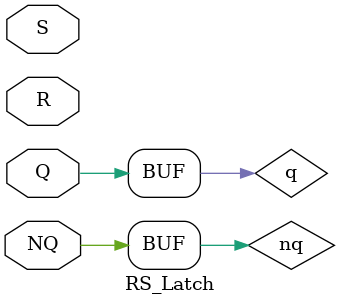
<source format=v>
`timescale 1ns / 1ps
module RS_Latch(R,S,Q,NQ);
input R,S,Q,NQ;
wire q,nq;
nor 
    X1(q,R,nq),
    X2(nq,S,q);
assign Q=q;
assign NQ=nq;
endmodule

</source>
